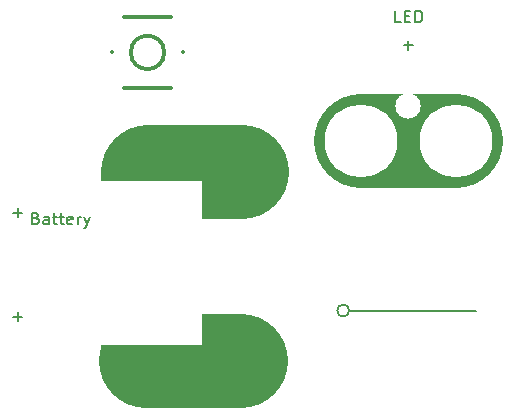
<source format=gto>
%TF.GenerationSoftware,KiCad,Pcbnew,4.0.7-e2-6376~58~ubuntu16.04.1*%
%TF.CreationDate,2017-10-07T16:10:48-07:00*%
%TF.ProjectId,10mmLED-Button-Battery,31306D6D4C45442D427574746F6E2D42,v1.2*%
%TF.FileFunction,Legend,Top*%
%FSLAX46Y46*%
G04 Gerber Fmt 4.6, Leading zero omitted, Abs format (unit mm)*
G04 Created by KiCad (PCBNEW 4.0.7-e2-6376~58~ubuntu16.04.1) date Sat Oct  7 16:10:48 2017*
%MOMM*%
%LPD*%
G01*
G04 APERTURE LIST*
%ADD10C,0.350000*%
%ADD11C,0.150000*%
%ADD12C,0.152400*%
%ADD13C,8.000000*%
%ADD14C,0.317500*%
%ADD15C,0.254000*%
%ADD16C,1.852400*%
%ADD17R,2.752400X5.712400*%
%ADD18R,9.152400X13.952400*%
%ADD19C,2.152400*%
%ADD20C,2.052400*%
%ADD21C,6.152400*%
G04 APERTURE END LIST*
D10*
D11*
X35758201Y-38303801D02*
X39758201Y-38303801D01*
X35758201Y-32303801D02*
X39758201Y-32303801D01*
D10*
X34758201Y-35303801D02*
X34758201Y-35303801D01*
X39758201Y-38303801D02*
X35758201Y-38303801D01*
X39758201Y-32303801D02*
X35758201Y-32303801D01*
X40758201Y-35303801D02*
X40758201Y-35303801D01*
X39172415Y-35303801D02*
G75*
G03X39172415Y-35303801I-1414214J0D01*
G01*
D12*
X54902100Y-57226200D02*
X65570100Y-57226200D01*
X54839533Y-57162700D02*
G75*
G03X54839533Y-57162700I-508933J0D01*
G01*
D13*
X37768800Y-45415200D02*
X37768800Y-61415200D01*
X45768800Y-45415200D02*
X37768800Y-45415200D01*
X45668800Y-61415200D02*
X37668800Y-61415200D01*
X63855600Y-42810700D02*
X55855600Y-42810700D01*
D11*
X61355600Y-41040700D02*
X58355600Y-41040700D01*
X28297371Y-49343771D02*
X28440228Y-49391390D01*
X28487847Y-49439010D01*
X28535466Y-49534248D01*
X28535466Y-49677105D01*
X28487847Y-49772343D01*
X28440228Y-49819962D01*
X28344990Y-49867581D01*
X27964037Y-49867581D01*
X27964037Y-48867581D01*
X28297371Y-48867581D01*
X28392609Y-48915200D01*
X28440228Y-48962819D01*
X28487847Y-49058057D01*
X28487847Y-49153295D01*
X28440228Y-49248533D01*
X28392609Y-49296152D01*
X28297371Y-49343771D01*
X27964037Y-49343771D01*
X29392609Y-49867581D02*
X29392609Y-49343771D01*
X29344990Y-49248533D01*
X29249752Y-49200914D01*
X29059275Y-49200914D01*
X28964037Y-49248533D01*
X29392609Y-49819962D02*
X29297371Y-49867581D01*
X29059275Y-49867581D01*
X28964037Y-49819962D01*
X28916418Y-49724724D01*
X28916418Y-49629486D01*
X28964037Y-49534248D01*
X29059275Y-49486629D01*
X29297371Y-49486629D01*
X29392609Y-49439010D01*
X29725942Y-49200914D02*
X30106894Y-49200914D01*
X29868799Y-48867581D02*
X29868799Y-49724724D01*
X29916418Y-49819962D01*
X30011656Y-49867581D01*
X30106894Y-49867581D01*
X30297371Y-49200914D02*
X30678323Y-49200914D01*
X30440228Y-48867581D02*
X30440228Y-49724724D01*
X30487847Y-49819962D01*
X30583085Y-49867581D01*
X30678323Y-49867581D01*
X31392610Y-49819962D02*
X31297372Y-49867581D01*
X31106895Y-49867581D01*
X31011657Y-49819962D01*
X30964038Y-49724724D01*
X30964038Y-49343771D01*
X31011657Y-49248533D01*
X31106895Y-49200914D01*
X31297372Y-49200914D01*
X31392610Y-49248533D01*
X31440229Y-49343771D01*
X31440229Y-49439010D01*
X30964038Y-49534248D01*
X31868800Y-49867581D02*
X31868800Y-49200914D01*
X31868800Y-49391390D02*
X31916419Y-49296152D01*
X31964038Y-49248533D01*
X32059276Y-49200914D01*
X32154515Y-49200914D01*
X32392610Y-49200914D02*
X32630705Y-49867581D01*
X32868801Y-49200914D02*
X32630705Y-49867581D01*
X32535467Y-50105676D01*
X32487848Y-50153295D01*
X32392610Y-50200914D01*
X26387848Y-57686629D02*
X27149753Y-57686629D01*
X26768801Y-58067581D02*
X26768801Y-57305676D01*
X26387848Y-48886629D02*
X27149753Y-48886629D01*
X26768801Y-49267581D02*
X26768801Y-48505676D01*
X59212743Y-32763081D02*
X58736552Y-32763081D01*
X58736552Y-31763081D01*
X59546076Y-32239271D02*
X59879410Y-32239271D01*
X60022267Y-32763081D02*
X59546076Y-32763081D01*
X59546076Y-31763081D01*
X60022267Y-31763081D01*
X60450838Y-32763081D02*
X60450838Y-31763081D01*
X60688933Y-31763081D01*
X60831791Y-31810700D01*
X60927029Y-31905938D01*
X60974648Y-32001176D01*
X61022267Y-32191652D01*
X61022267Y-32334510D01*
X60974648Y-32524986D01*
X60927029Y-32620224D01*
X60831791Y-32715462D01*
X60688933Y-32763081D01*
X60450838Y-32763081D01*
X59474648Y-34682129D02*
X60236553Y-34682129D01*
X59855601Y-35063081D02*
X59855601Y-34301176D01*
%LPC*%
D14*
X57191124Y-58949771D02*
X57130648Y-59010248D01*
X56949219Y-59070724D01*
X56828267Y-59070724D01*
X56646839Y-59010248D01*
X56525886Y-58889295D01*
X56465410Y-58768343D01*
X56404934Y-58526438D01*
X56404934Y-58345010D01*
X56465410Y-58103105D01*
X56525886Y-57982152D01*
X56646839Y-57861200D01*
X56828267Y-57800724D01*
X56949219Y-57800724D01*
X57130648Y-57861200D01*
X57191124Y-57921676D01*
X57735410Y-59070724D02*
X57735410Y-57800724D01*
X59065886Y-59070724D02*
X58642553Y-58465962D01*
X58340172Y-59070724D02*
X58340172Y-57800724D01*
X58823981Y-57800724D01*
X58944934Y-57861200D01*
X59005410Y-57921676D01*
X59065886Y-58042629D01*
X59065886Y-58224057D01*
X59005410Y-58345010D01*
X58944934Y-58405486D01*
X58823981Y-58465962D01*
X58340172Y-58465962D01*
X60335886Y-58949771D02*
X60275410Y-59010248D01*
X60093981Y-59070724D01*
X59973029Y-59070724D01*
X59791601Y-59010248D01*
X59670648Y-58889295D01*
X59610172Y-58768343D01*
X59549696Y-58526438D01*
X59549696Y-58345010D01*
X59610172Y-58103105D01*
X59670648Y-57982152D01*
X59791601Y-57861200D01*
X59973029Y-57800724D01*
X60093981Y-57800724D01*
X60275410Y-57861200D01*
X60335886Y-57921676D01*
X60880172Y-57800724D02*
X60880172Y-58828819D01*
X60940648Y-58949771D01*
X61001124Y-59010248D01*
X61122077Y-59070724D01*
X61363981Y-59070724D01*
X61484934Y-59010248D01*
X61545410Y-58949771D01*
X61605886Y-58828819D01*
X61605886Y-57800724D01*
X62210648Y-59070724D02*
X62210648Y-57800724D01*
X62633981Y-57800724D02*
X63359696Y-57800724D01*
X62996839Y-59070724D02*
X62996839Y-57800724D01*
X63722553Y-59010248D02*
X63903981Y-59070724D01*
X64206362Y-59070724D01*
X64327315Y-59010248D01*
X64387791Y-58949771D01*
X64448267Y-58828819D01*
X64448267Y-58707867D01*
X64387791Y-58586914D01*
X64327315Y-58526438D01*
X64206362Y-58465962D01*
X63964458Y-58405486D01*
X63843505Y-58345010D01*
X63783029Y-58284533D01*
X63722553Y-58163581D01*
X63722553Y-58042629D01*
X63783029Y-57921676D01*
X63843505Y-57861200D01*
X63964458Y-57800724D01*
X64266838Y-57800724D01*
X64448267Y-57861200D01*
X56014862Y-56409771D02*
X55954386Y-56470248D01*
X55772957Y-56530724D01*
X55652005Y-56530724D01*
X55470577Y-56470248D01*
X55349624Y-56349295D01*
X55289148Y-56228343D01*
X55228672Y-55986438D01*
X55228672Y-55805010D01*
X55289148Y-55563105D01*
X55349624Y-55442152D01*
X55470577Y-55321200D01*
X55652005Y-55260724D01*
X55772957Y-55260724D01*
X55954386Y-55321200D01*
X56014862Y-55381676D01*
X57284862Y-56530724D02*
X56861529Y-55925962D01*
X56559148Y-56530724D02*
X56559148Y-55260724D01*
X57042957Y-55260724D01*
X57163910Y-55321200D01*
X57224386Y-55381676D01*
X57284862Y-55502629D01*
X57284862Y-55684057D01*
X57224386Y-55805010D01*
X57163910Y-55865486D01*
X57042957Y-55925962D01*
X56559148Y-55925962D01*
X57768672Y-56167867D02*
X58373434Y-56167867D01*
X57647719Y-56530724D02*
X58071053Y-55260724D01*
X58494386Y-56530724D01*
X58796767Y-55260724D02*
X59643433Y-55260724D01*
X58796767Y-56530724D01*
X59643433Y-56530724D01*
X60369148Y-55925962D02*
X60369148Y-56530724D01*
X59945814Y-55260724D02*
X60369148Y-55925962D01*
X60792481Y-55260724D01*
D12*
X66586100Y-56019700D02*
X65443100Y-56972200D01*
X65252600Y-56972200D02*
X66586100Y-56019700D01*
X66205100Y-56146700D02*
X65252600Y-56972200D01*
X65125600Y-56908700D02*
X66205100Y-56146700D01*
X66014600Y-56210200D02*
X65125600Y-56908700D01*
X64871600Y-56972200D02*
X66014600Y-56210200D01*
X65697100Y-56337200D02*
X64871600Y-56972200D01*
X64744600Y-56908700D02*
X65697100Y-56337200D01*
X65506600Y-56337200D02*
X64744600Y-56908700D01*
X64744600Y-56781700D02*
X65506600Y-56337200D01*
X65252600Y-56337200D02*
X64744600Y-56781700D01*
X64681100Y-56654700D02*
X65252600Y-56337200D01*
X65252600Y-56146700D02*
X64681100Y-56654700D01*
X65252600Y-56019700D02*
X64617600Y-56527700D01*
X65379600Y-55829200D02*
X64554100Y-56400700D01*
X65379600Y-55702200D02*
X64554100Y-56273700D01*
D15*
X63538100Y-56908700D02*
X62903100Y-56019700D01*
D12*
X65443100Y-57035700D02*
X63474600Y-57035700D01*
X67030600Y-55892700D02*
X65443100Y-57035700D01*
X65252600Y-56337200D02*
X67030600Y-55892700D01*
X65570100Y-55448200D02*
X65252600Y-56337200D01*
X64490600Y-56146700D02*
X65570100Y-55448200D01*
X63665100Y-54686200D02*
X64490600Y-56210200D01*
X63728600Y-56083200D02*
X63665100Y-54686200D01*
X62649100Y-55829200D02*
X63728600Y-56083200D01*
X63474600Y-57035700D02*
X62649100Y-55829200D01*
D15*
X63728600Y-56908700D02*
X63093600Y-56019700D01*
X63919100Y-56908700D02*
X63347600Y-56083200D01*
X64046100Y-56908700D02*
X63601600Y-56146700D01*
X64300100Y-56908700D02*
X63855600Y-56083200D01*
X64490600Y-56908700D02*
X63919100Y-55829200D01*
X64681100Y-56908700D02*
X63792100Y-55194200D01*
X63855600Y-55892700D02*
X63792100Y-55067200D01*
D16*
X40758201Y-37303801D03*
X34758201Y-37303801D03*
X40758201Y-33303801D03*
X34758201Y-33303801D03*
D17*
X27568800Y-53415200D03*
D18*
X37772800Y-53161200D03*
D17*
X47968800Y-53415200D03*
D19*
X59855600Y-39810700D03*
D20*
X59855600Y-37270700D03*
D21*
X63855600Y-34810700D03*
X63855600Y-42810700D03*
X55855600Y-42810700D03*
X55855600Y-34810700D03*
M02*

</source>
